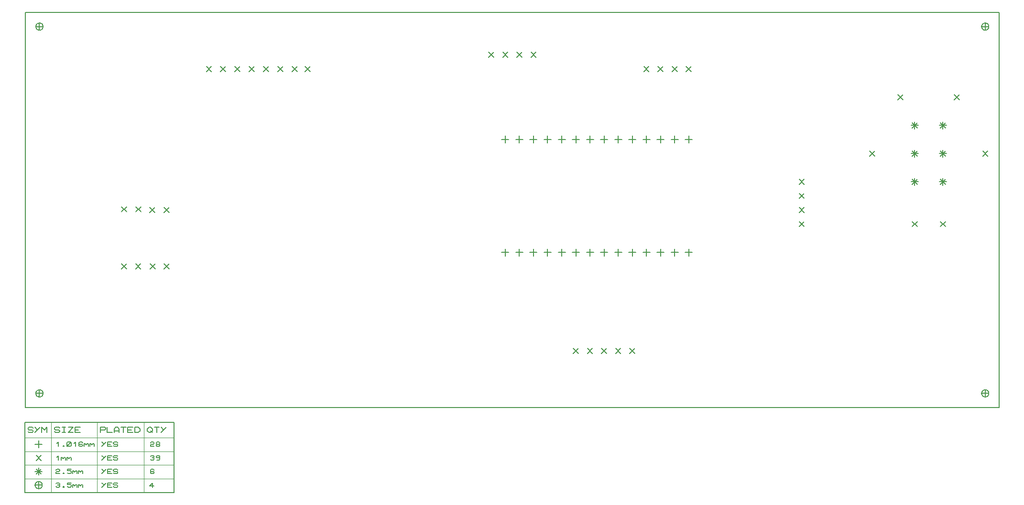
<source format=gbr>
G04 PROTEUS RS274X GERBER FILE*
%FSLAX45Y45*%
%MOMM*%
G01*
%ADD16C,0.203200*%
%ADD21C,0.127000*%
%ADD22C,0.063500*%
D16*
X-2750000Y-1686500D02*
X-2750000Y-1813500D01*
X-2813500Y-1750000D02*
X-2686500Y-1750000D01*
X-2500000Y-1686500D02*
X-2500000Y-1813500D01*
X-2563500Y-1750000D02*
X-2436500Y-1750000D01*
X-2250000Y-1686500D02*
X-2250000Y-1813500D01*
X-2313500Y-1750000D02*
X-2186500Y-1750000D01*
X-2000000Y-1686500D02*
X-2000000Y-1813500D01*
X-2063500Y-1750000D02*
X-1936500Y-1750000D01*
X-1750000Y-1686500D02*
X-1750000Y-1813500D01*
X-1813500Y-1750000D02*
X-1686500Y-1750000D01*
X-1500000Y-1686500D02*
X-1500000Y-1813500D01*
X-1563500Y-1750000D02*
X-1436500Y-1750000D01*
X-1250000Y-1686500D02*
X-1250000Y-1813500D01*
X-1313500Y-1750000D02*
X-1186500Y-1750000D01*
X-1000000Y-1686500D02*
X-1000000Y-1813500D01*
X-1063500Y-1750000D02*
X-936500Y-1750000D01*
X-750000Y-1686500D02*
X-750000Y-1813500D01*
X-813500Y-1750000D02*
X-686500Y-1750000D01*
X-500000Y-1686500D02*
X-500000Y-1813500D01*
X-563500Y-1750000D02*
X-436500Y-1750000D01*
X-250000Y-1686500D02*
X-250000Y-1813500D01*
X-313500Y-1750000D02*
X-186500Y-1750000D01*
X+0Y-1686500D02*
X+0Y-1813500D01*
X-63500Y-1750000D02*
X+63500Y-1750000D01*
X+250000Y-1686500D02*
X+250000Y-1813500D01*
X+186500Y-1750000D02*
X+313500Y-1750000D01*
X+500000Y-1686500D02*
X+500000Y-1813500D01*
X+436500Y-1750000D02*
X+563500Y-1750000D01*
X+500000Y-3686500D02*
X+500000Y-3813500D01*
X+436500Y-3750000D02*
X+563500Y-3750000D01*
X+250000Y-3686500D02*
X+250000Y-3813500D01*
X+186500Y-3750000D02*
X+313500Y-3750000D01*
X+0Y-3686500D02*
X+0Y-3813500D01*
X-63500Y-3750000D02*
X+63500Y-3750000D01*
X-250000Y-3686500D02*
X-250000Y-3813500D01*
X-313500Y-3750000D02*
X-186500Y-3750000D01*
X-500000Y-3686500D02*
X-500000Y-3813500D01*
X-563500Y-3750000D02*
X-436500Y-3750000D01*
X-750000Y-3686500D02*
X-750000Y-3813500D01*
X-813500Y-3750000D02*
X-686500Y-3750000D01*
X-1000000Y-3686500D02*
X-1000000Y-3813500D01*
X-1063500Y-3750000D02*
X-936500Y-3750000D01*
X-1250000Y-3686500D02*
X-1250000Y-3813500D01*
X-1313500Y-3750000D02*
X-1186500Y-3750000D01*
X-1500000Y-3686500D02*
X-1500000Y-3813500D01*
X-1563500Y-3750000D02*
X-1436500Y-3750000D01*
X-1750000Y-3686500D02*
X-1750000Y-3813500D01*
X-1813500Y-3750000D02*
X-1686500Y-3750000D01*
X-2000000Y-3686500D02*
X-2000000Y-3813500D01*
X-2063500Y-3750000D02*
X-1936500Y-3750000D01*
X-2250000Y-3686500D02*
X-2250000Y-3813500D01*
X-2313500Y-3750000D02*
X-2186500Y-3750000D01*
X-2500000Y-3686500D02*
X-2500000Y-3813500D01*
X-2563500Y-3750000D02*
X-2436500Y-3750000D01*
X-2750000Y-3686500D02*
X-2750000Y-3813500D01*
X-2813500Y-3750000D02*
X-2686500Y-3750000D01*
X-2294901Y-205099D02*
X-2205099Y-294901D01*
X-2294901Y-294901D02*
X-2205099Y-205099D01*
X-2544901Y-205099D02*
X-2455099Y-294901D01*
X-2544901Y-294901D02*
X-2455099Y-205099D01*
X-2794901Y-205099D02*
X-2705099Y-294901D01*
X-2794901Y-294901D02*
X-2705099Y-205099D01*
X-3044901Y-205099D02*
X-2955099Y-294901D01*
X-3044901Y-294901D02*
X-2955099Y-205099D01*
X+455099Y-455099D02*
X+544901Y-544901D01*
X+455099Y-544901D02*
X+544901Y-455099D01*
X+205099Y-455099D02*
X+294901Y-544901D01*
X+205099Y-544901D02*
X+294901Y-455099D01*
X-44901Y-455099D02*
X+44901Y-544901D01*
X-44901Y-544901D02*
X+44901Y-455099D01*
X-294901Y-455099D02*
X-205099Y-544901D01*
X-294901Y-544901D02*
X-205099Y-455099D01*
X-9544901Y-3955099D02*
X-9455099Y-4044901D01*
X-9544901Y-4044901D02*
X-9455099Y-3955099D01*
X-9294901Y-3955099D02*
X-9205099Y-4044901D01*
X-9294901Y-4044901D02*
X-9205099Y-3955099D01*
X-9036901Y-3955099D02*
X-8947099Y-4044901D01*
X-9036901Y-4044901D02*
X-8947099Y-3955099D01*
X-8794901Y-3955099D02*
X-8705099Y-4044901D01*
X-8794901Y-4044901D02*
X-8705099Y-3955099D01*
X-9544901Y-2943099D02*
X-9455099Y-3032901D01*
X-9544901Y-3032901D02*
X-9455099Y-2943099D01*
X-9290901Y-2943099D02*
X-9201099Y-3032901D01*
X-9290901Y-3032901D02*
X-9201099Y-2943099D01*
X-9044901Y-2955099D02*
X-8955099Y-3044901D01*
X-9044901Y-3044901D02*
X-8955099Y-2955099D01*
X-8794901Y-2955099D02*
X-8705099Y-3044901D01*
X-8794901Y-3044901D02*
X-8705099Y-2955099D01*
X-7794901Y-455099D02*
X-7705099Y-544901D01*
X-7794901Y-544901D02*
X-7705099Y-455099D01*
X-7540901Y-455099D02*
X-7451099Y-544901D01*
X-7540901Y-544901D02*
X-7451099Y-455099D01*
X-7286901Y-455099D02*
X-7197099Y-544901D01*
X-7286901Y-544901D02*
X-7197099Y-455099D01*
X-7032901Y-455099D02*
X-6943099Y-544901D01*
X-7032901Y-544901D02*
X-6943099Y-455099D01*
X-6778901Y-455099D02*
X-6689099Y-544901D01*
X-6778901Y-544901D02*
X-6689099Y-455099D01*
X-6524901Y-455099D02*
X-6435099Y-544901D01*
X-6524901Y-544901D02*
X-6435099Y-455099D01*
X-6294901Y-455099D02*
X-6205099Y-544901D01*
X-6294901Y-544901D02*
X-6205099Y-455099D01*
X-8044901Y-455099D02*
X-7955099Y-544901D01*
X-8044901Y-544901D02*
X-7955099Y-455099D01*
X-544901Y-5455099D02*
X-455099Y-5544901D01*
X-544901Y-5544901D02*
X-455099Y-5455099D01*
X-794901Y-5455099D02*
X-705099Y-5544901D01*
X-794901Y-5544901D02*
X-705099Y-5455099D01*
X-1044901Y-5455099D02*
X-955099Y-5544901D01*
X-1044901Y-5544901D02*
X-955099Y-5455099D01*
X-1294901Y-5455099D02*
X-1205099Y-5544901D01*
X-1294901Y-5544901D02*
X-1205099Y-5455099D01*
X-1544901Y-5455099D02*
X-1455099Y-5544901D01*
X-1544901Y-5544901D02*
X-1455099Y-5455099D01*
X+2455099Y-3205099D02*
X+2544901Y-3294901D01*
X+2455099Y-3294901D02*
X+2544901Y-3205099D01*
X+2455099Y-2955099D02*
X+2544901Y-3044901D01*
X+2455099Y-3044901D02*
X+2544901Y-2955099D01*
X+2455099Y-2705099D02*
X+2544901Y-2794901D01*
X+2455099Y-2794901D02*
X+2544901Y-2705099D01*
X+2455099Y-2455099D02*
X+2544901Y-2544901D01*
X+2455099Y-2544901D02*
X+2544901Y-2455099D01*
X+4500000Y-2436500D02*
X+4500000Y-2563500D01*
X+4436500Y-2500000D02*
X+4563500Y-2500000D01*
X+4455099Y-2455099D02*
X+4544901Y-2544901D01*
X+4455099Y-2544901D02*
X+4544901Y-2455099D01*
X+5000000Y-2436500D02*
X+5000000Y-2563500D01*
X+4936500Y-2500000D02*
X+5063500Y-2500000D01*
X+4955099Y-2455099D02*
X+5044901Y-2544901D01*
X+4955099Y-2544901D02*
X+5044901Y-2455099D01*
X+4500000Y-1436500D02*
X+4500000Y-1563500D01*
X+4436500Y-1500000D02*
X+4563500Y-1500000D01*
X+4455099Y-1455099D02*
X+4544901Y-1544901D01*
X+4455099Y-1544901D02*
X+4544901Y-1455099D01*
X+4500000Y-1936500D02*
X+4500000Y-2063500D01*
X+4436500Y-2000000D02*
X+4563500Y-2000000D01*
X+4455099Y-1955099D02*
X+4544901Y-2044901D01*
X+4455099Y-2044901D02*
X+4544901Y-1955099D01*
X+5000000Y-1436500D02*
X+5000000Y-1563500D01*
X+4936500Y-1500000D02*
X+5063500Y-1500000D01*
X+4955099Y-1455099D02*
X+5044901Y-1544901D01*
X+4955099Y-1544901D02*
X+5044901Y-1455099D01*
X+5000000Y-1936500D02*
X+5000000Y-2063500D01*
X+4936500Y-2000000D02*
X+5063500Y-2000000D01*
X+4955099Y-1955099D02*
X+5044901Y-2044901D01*
X+4955099Y-2044901D02*
X+5044901Y-1955099D01*
X+4455099Y-3205099D02*
X+4544901Y-3294901D01*
X+4455099Y-3294901D02*
X+4544901Y-3205099D01*
X+4955099Y-3205099D02*
X+5044901Y-3294901D01*
X+4955099Y-3294901D02*
X+5044901Y-3205099D01*
X+4205099Y-955099D02*
X+4294901Y-1044901D01*
X+4205099Y-1044901D02*
X+4294901Y-955099D01*
X+5205099Y-955099D02*
X+5294901Y-1044901D01*
X+5205099Y-1044901D02*
X+5294901Y-955099D01*
X-10936500Y-6250000D02*
X-10936717Y-6244753D01*
X-10938482Y-6234258D01*
X-10942174Y-6223763D01*
X-10948202Y-6213268D01*
X-10957424Y-6202888D01*
X-10967919Y-6195200D01*
X-10978414Y-6190282D01*
X-10988909Y-6187476D01*
X-10999404Y-6186503D01*
X-11000000Y-6186500D01*
X-11063500Y-6250000D02*
X-11063283Y-6244753D01*
X-11061518Y-6234258D01*
X-11057826Y-6223763D01*
X-11051798Y-6213268D01*
X-11042576Y-6202888D01*
X-11032081Y-6195200D01*
X-11021586Y-6190282D01*
X-11011091Y-6187476D01*
X-11000596Y-6186503D01*
X-11000000Y-6186500D01*
X-11063500Y-6250000D02*
X-11063283Y-6255247D01*
X-11061518Y-6265742D01*
X-11057826Y-6276237D01*
X-11051798Y-6286732D01*
X-11042576Y-6297112D01*
X-11032081Y-6304800D01*
X-11021586Y-6309718D01*
X-11011091Y-6312524D01*
X-11000596Y-6313497D01*
X-11000000Y-6313500D01*
X-10936500Y-6250000D02*
X-10936717Y-6255247D01*
X-10938482Y-6265742D01*
X-10942174Y-6276237D01*
X-10948202Y-6286732D01*
X-10957424Y-6297112D01*
X-10967919Y-6304800D01*
X-10978414Y-6309718D01*
X-10988909Y-6312524D01*
X-10999404Y-6313497D01*
X-11000000Y-6313500D01*
X-11000000Y-6186500D02*
X-11000000Y-6313500D01*
X-11063500Y-6250000D02*
X-10936500Y-6250000D01*
X+5813500Y-6250000D02*
X+5813283Y-6244753D01*
X+5811518Y-6234258D01*
X+5807826Y-6223763D01*
X+5801798Y-6213268D01*
X+5792576Y-6202888D01*
X+5782081Y-6195200D01*
X+5771586Y-6190282D01*
X+5761091Y-6187476D01*
X+5750596Y-6186503D01*
X+5750000Y-6186500D01*
X+5686500Y-6250000D02*
X+5686717Y-6244753D01*
X+5688482Y-6234258D01*
X+5692174Y-6223763D01*
X+5698202Y-6213268D01*
X+5707424Y-6202888D01*
X+5717919Y-6195200D01*
X+5728414Y-6190282D01*
X+5738909Y-6187476D01*
X+5749404Y-6186503D01*
X+5750000Y-6186500D01*
X+5686500Y-6250000D02*
X+5686717Y-6255247D01*
X+5688482Y-6265742D01*
X+5692174Y-6276237D01*
X+5698202Y-6286732D01*
X+5707424Y-6297112D01*
X+5717919Y-6304800D01*
X+5728414Y-6309718D01*
X+5738909Y-6312524D01*
X+5749404Y-6313497D01*
X+5750000Y-6313500D01*
X+5813500Y-6250000D02*
X+5813283Y-6255247D01*
X+5811518Y-6265742D01*
X+5807826Y-6276237D01*
X+5801798Y-6286732D01*
X+5792576Y-6297112D01*
X+5782081Y-6304800D01*
X+5771586Y-6309718D01*
X+5761091Y-6312524D01*
X+5750596Y-6313497D01*
X+5750000Y-6313500D01*
X+5750000Y-6186500D02*
X+5750000Y-6313500D01*
X+5686500Y-6250000D02*
X+5813500Y-6250000D01*
X-10936500Y+250000D02*
X-10936717Y+255247D01*
X-10938482Y+265742D01*
X-10942174Y+276237D01*
X-10948202Y+286732D01*
X-10957424Y+297112D01*
X-10967919Y+304800D01*
X-10978414Y+309718D01*
X-10988909Y+312524D01*
X-10999404Y+313497D01*
X-11000000Y+313500D01*
X-11063500Y+250000D02*
X-11063283Y+255247D01*
X-11061518Y+265742D01*
X-11057826Y+276237D01*
X-11051798Y+286732D01*
X-11042576Y+297112D01*
X-11032081Y+304800D01*
X-11021586Y+309718D01*
X-11011091Y+312524D01*
X-11000596Y+313497D01*
X-11000000Y+313500D01*
X-11063500Y+250000D02*
X-11063283Y+244753D01*
X-11061518Y+234258D01*
X-11057826Y+223763D01*
X-11051798Y+213268D01*
X-11042576Y+202888D01*
X-11032081Y+195200D01*
X-11021586Y+190282D01*
X-11011091Y+187476D01*
X-11000596Y+186503D01*
X-11000000Y+186500D01*
X-10936500Y+250000D02*
X-10936717Y+244753D01*
X-10938482Y+234258D01*
X-10942174Y+223763D01*
X-10948202Y+213268D01*
X-10957424Y+202888D01*
X-10967919Y+195200D01*
X-10978414Y+190282D01*
X-10988909Y+187476D01*
X-10999404Y+186503D01*
X-11000000Y+186500D01*
X-11000000Y+313500D02*
X-11000000Y+186500D01*
X-11063500Y+250000D02*
X-10936500Y+250000D01*
X+5813500Y+250000D02*
X+5813283Y+255247D01*
X+5811518Y+265742D01*
X+5807826Y+276237D01*
X+5801798Y+286732D01*
X+5792576Y+297112D01*
X+5782081Y+304800D01*
X+5771586Y+309718D01*
X+5761091Y+312524D01*
X+5750596Y+313497D01*
X+5750000Y+313500D01*
X+5686500Y+250000D02*
X+5686717Y+255247D01*
X+5688482Y+265742D01*
X+5692174Y+276237D01*
X+5698202Y+286732D01*
X+5707424Y+297112D01*
X+5717919Y+304800D01*
X+5728414Y+309718D01*
X+5738909Y+312524D01*
X+5749404Y+313497D01*
X+5750000Y+313500D01*
X+5686500Y+250000D02*
X+5686717Y+244753D01*
X+5688482Y+234258D01*
X+5692174Y+223763D01*
X+5698202Y+213268D01*
X+5707424Y+202888D01*
X+5717919Y+195200D01*
X+5728414Y+190282D01*
X+5738909Y+187476D01*
X+5749404Y+186503D01*
X+5750000Y+186500D01*
X+5813500Y+250000D02*
X+5813283Y+244753D01*
X+5811518Y+234258D01*
X+5807826Y+223763D01*
X+5801798Y+213268D01*
X+5792576Y+202888D01*
X+5782081Y+195200D01*
X+5771586Y+190282D01*
X+5761091Y+187476D01*
X+5750596Y+186503D01*
X+5750000Y+186500D01*
X+5750000Y+313500D02*
X+5750000Y+186500D01*
X+5686500Y+250000D02*
X+5813500Y+250000D01*
X+3705099Y-1955099D02*
X+3794901Y-2044901D01*
X+3705099Y-2044901D02*
X+3794901Y-1955099D01*
X+5705099Y-1955099D02*
X+5794901Y-2044901D01*
X+5705099Y-2044901D02*
X+5794901Y-1955099D01*
X-11250000Y-6500000D02*
X+6000000Y-6500000D01*
X+6000000Y+500000D01*
X-11250000Y+500000D01*
X-11250000Y-6500000D01*
D21*
X-11260160Y-8008760D02*
X-8616020Y-8008760D01*
X-8616020Y-6764160D01*
X-11260160Y-6764160D01*
X-11260160Y-8008760D01*
D22*
X-10792798Y-6764160D02*
X-10792798Y-8008760D01*
X-9979998Y-6764160D02*
X-9979998Y-8008760D01*
X-9146878Y-6764160D02*
X-9146878Y-8008760D01*
X-11260160Y-7037210D02*
X-8616020Y-7037210D01*
X-11260160Y-7278510D02*
X-8616020Y-7278510D01*
X-11260160Y-7519810D02*
X-8616020Y-7519810D01*
X-11260160Y-7761110D02*
X-8616020Y-7761110D01*
D21*
X-11203010Y-6927990D02*
X-11187770Y-6943230D01*
X-11126810Y-6943230D01*
X-11111570Y-6927990D01*
X-11111570Y-6912750D01*
X-11126810Y-6897510D01*
X-11187770Y-6897510D01*
X-11203010Y-6882270D01*
X-11203010Y-6867030D01*
X-11187770Y-6851790D01*
X-11126810Y-6851790D01*
X-11111570Y-6867030D01*
X-10989650Y-6851790D02*
X-11081090Y-6943230D01*
X-11081090Y-6851790D02*
X-11035370Y-6897510D01*
X-10959170Y-6943230D02*
X-10959170Y-6851790D01*
X-10913450Y-6897510D01*
X-10867730Y-6851790D01*
X-10867730Y-6943230D01*
X-10735650Y-6927990D02*
X-10720410Y-6943230D01*
X-10659450Y-6943230D01*
X-10644210Y-6927990D01*
X-10644210Y-6912750D01*
X-10659450Y-6897510D01*
X-10720410Y-6897510D01*
X-10735650Y-6882270D01*
X-10735650Y-6867030D01*
X-10720410Y-6851790D01*
X-10659450Y-6851790D01*
X-10644210Y-6867030D01*
X-10598490Y-6851790D02*
X-10537530Y-6851790D01*
X-10568010Y-6851790D02*
X-10568010Y-6943230D01*
X-10598490Y-6943230D02*
X-10537530Y-6943230D01*
X-10491810Y-6851790D02*
X-10400370Y-6851790D01*
X-10491810Y-6943230D01*
X-10400370Y-6943230D01*
X-10278450Y-6943230D02*
X-10369890Y-6943230D01*
X-10369890Y-6851790D01*
X-10278450Y-6851790D01*
X-10369890Y-6897510D02*
X-10308930Y-6897510D01*
X-9922850Y-6943230D02*
X-9922850Y-6851790D01*
X-9846650Y-6851790D01*
X-9831410Y-6867030D01*
X-9831410Y-6882270D01*
X-9846650Y-6897510D01*
X-9922850Y-6897510D01*
X-9800930Y-6851790D02*
X-9800930Y-6943230D01*
X-9709490Y-6943230D01*
X-9679010Y-6943230D02*
X-9679010Y-6882270D01*
X-9648530Y-6851790D01*
X-9618050Y-6851790D01*
X-9587570Y-6882270D01*
X-9587570Y-6943230D01*
X-9679010Y-6912750D02*
X-9587570Y-6912750D01*
X-9557090Y-6851790D02*
X-9465650Y-6851790D01*
X-9511370Y-6851790D02*
X-9511370Y-6943230D01*
X-9343730Y-6943230D02*
X-9435170Y-6943230D01*
X-9435170Y-6851790D01*
X-9343730Y-6851790D01*
X-9435170Y-6897510D02*
X-9374210Y-6897510D01*
X-9313250Y-6943230D02*
X-9313250Y-6851790D01*
X-9252290Y-6851790D01*
X-9221810Y-6882270D01*
X-9221810Y-6912750D01*
X-9252290Y-6943230D01*
X-9313250Y-6943230D01*
X-9089730Y-6882270D02*
X-9059250Y-6851790D01*
X-9028770Y-6851790D01*
X-8998290Y-6882270D01*
X-8998290Y-6912750D01*
X-9028770Y-6943230D01*
X-9059250Y-6943230D01*
X-9089730Y-6912750D01*
X-9089730Y-6882270D01*
X-9028770Y-6912750D02*
X-8998290Y-6943230D01*
X-8967810Y-6851790D02*
X-8876370Y-6851790D01*
X-8922090Y-6851790D02*
X-8922090Y-6943230D01*
X-8754450Y-6851790D02*
X-8845890Y-6943230D01*
X-8845890Y-6851790D02*
X-8800170Y-6897510D01*
D16*
X-11013780Y-7088010D02*
X-11013780Y-7215010D01*
X-11077280Y-7151510D02*
X-10950280Y-7151510D01*
D21*
X-10691200Y-7138810D02*
X-10665800Y-7113410D01*
X-10665800Y-7189610D01*
X-10576900Y-7176910D02*
X-10564200Y-7176910D01*
X-10564200Y-7189610D01*
X-10576900Y-7189610D01*
X-10576900Y-7176910D01*
X-10513400Y-7176910D02*
X-10513400Y-7126110D01*
X-10500700Y-7113410D01*
X-10449900Y-7113410D01*
X-10437200Y-7126110D01*
X-10437200Y-7176910D01*
X-10449900Y-7189610D01*
X-10500700Y-7189610D01*
X-10513400Y-7176910D01*
X-10513400Y-7189610D02*
X-10437200Y-7113410D01*
X-10386400Y-7138810D02*
X-10361000Y-7113410D01*
X-10361000Y-7189610D01*
X-10234000Y-7126110D02*
X-10246700Y-7113410D01*
X-10284800Y-7113410D01*
X-10297500Y-7126110D01*
X-10297500Y-7176910D01*
X-10284800Y-7189610D01*
X-10246700Y-7189610D01*
X-10234000Y-7176910D01*
X-10234000Y-7164210D01*
X-10246700Y-7151510D01*
X-10297500Y-7151510D01*
X-10208600Y-7189610D02*
X-10208600Y-7138810D01*
X-10208600Y-7151510D02*
X-10195900Y-7138810D01*
X-10170500Y-7164210D01*
X-10145100Y-7138810D01*
X-10132400Y-7151510D01*
X-10132400Y-7189610D01*
X-10107000Y-7189610D02*
X-10107000Y-7138810D01*
X-10107000Y-7151510D02*
X-10094300Y-7138810D01*
X-10068900Y-7164210D01*
X-10043500Y-7138810D01*
X-10030800Y-7151510D01*
X-10030800Y-7189610D01*
X-9814900Y-7113410D02*
X-9891100Y-7189610D01*
X-9891100Y-7113410D02*
X-9853000Y-7151510D01*
X-9713300Y-7189610D02*
X-9789500Y-7189610D01*
X-9789500Y-7113410D01*
X-9713300Y-7113410D01*
X-9789500Y-7151510D02*
X-9738700Y-7151510D01*
X-9687900Y-7176910D02*
X-9675200Y-7189610D01*
X-9624400Y-7189610D01*
X-9611700Y-7176910D01*
X-9611700Y-7164210D01*
X-9624400Y-7151510D01*
X-9675200Y-7151510D01*
X-9687900Y-7138810D01*
X-9687900Y-7126110D01*
X-9675200Y-7113410D01*
X-9624400Y-7113410D01*
X-9611700Y-7126110D01*
X-9032580Y-7126110D02*
X-9019880Y-7113410D01*
X-8981780Y-7113410D01*
X-8969080Y-7126110D01*
X-8969080Y-7138810D01*
X-8981780Y-7151510D01*
X-9019880Y-7151510D01*
X-9032580Y-7164210D01*
X-9032580Y-7189610D01*
X-8969080Y-7189610D01*
X-8918280Y-7151510D02*
X-8930980Y-7138810D01*
X-8930980Y-7126110D01*
X-8918280Y-7113410D01*
X-8880180Y-7113410D01*
X-8867480Y-7126110D01*
X-8867480Y-7138810D01*
X-8880180Y-7151510D01*
X-8918280Y-7151510D01*
X-8930980Y-7164210D01*
X-8930980Y-7176910D01*
X-8918280Y-7189610D01*
X-8880180Y-7189610D01*
X-8867480Y-7176910D01*
X-8867480Y-7164210D01*
X-8880180Y-7151510D01*
D16*
X-11058681Y-7347909D02*
X-10968879Y-7437711D01*
X-11058681Y-7437711D02*
X-10968879Y-7347909D01*
D21*
X-10691200Y-7380110D02*
X-10665800Y-7354710D01*
X-10665800Y-7430910D01*
X-10615000Y-7430910D02*
X-10615000Y-7380110D01*
X-10615000Y-7392810D02*
X-10602300Y-7380110D01*
X-10576900Y-7405510D01*
X-10551500Y-7380110D01*
X-10538800Y-7392810D01*
X-10538800Y-7430910D01*
X-10513400Y-7430910D02*
X-10513400Y-7380110D01*
X-10513400Y-7392810D02*
X-10500700Y-7380110D01*
X-10475300Y-7405510D01*
X-10449900Y-7380110D01*
X-10437200Y-7392810D01*
X-10437200Y-7430910D01*
X-9814900Y-7354710D02*
X-9891100Y-7430910D01*
X-9891100Y-7354710D02*
X-9853000Y-7392810D01*
X-9713300Y-7430910D02*
X-9789500Y-7430910D01*
X-9789500Y-7354710D01*
X-9713300Y-7354710D01*
X-9789500Y-7392810D02*
X-9738700Y-7392810D01*
X-9687900Y-7418210D02*
X-9675200Y-7430910D01*
X-9624400Y-7430910D01*
X-9611700Y-7418210D01*
X-9611700Y-7405510D01*
X-9624400Y-7392810D01*
X-9675200Y-7392810D01*
X-9687900Y-7380110D01*
X-9687900Y-7367410D01*
X-9675200Y-7354710D01*
X-9624400Y-7354710D01*
X-9611700Y-7367410D01*
X-9032580Y-7367410D02*
X-9019880Y-7354710D01*
X-8981780Y-7354710D01*
X-8969080Y-7367410D01*
X-8969080Y-7380110D01*
X-8981780Y-7392810D01*
X-8969080Y-7405510D01*
X-8969080Y-7418210D01*
X-8981780Y-7430910D01*
X-9019880Y-7430910D01*
X-9032580Y-7418210D01*
X-9007180Y-7392810D02*
X-8981780Y-7392810D01*
X-8867480Y-7380110D02*
X-8880180Y-7392810D01*
X-8918280Y-7392810D01*
X-8930980Y-7380110D01*
X-8930980Y-7367410D01*
X-8918280Y-7354710D01*
X-8880180Y-7354710D01*
X-8867480Y-7367410D01*
X-8867480Y-7418210D01*
X-8880180Y-7430910D01*
X-8918280Y-7430910D01*
D16*
X-11013780Y-7570610D02*
X-11013780Y-7697610D01*
X-11077280Y-7634110D02*
X-10950280Y-7634110D01*
X-11058681Y-7589209D02*
X-10968879Y-7679011D01*
X-11058681Y-7679011D02*
X-10968879Y-7589209D01*
D21*
X-10703900Y-7608710D02*
X-10691200Y-7596010D01*
X-10653100Y-7596010D01*
X-10640400Y-7608710D01*
X-10640400Y-7621410D01*
X-10653100Y-7634110D01*
X-10691200Y-7634110D01*
X-10703900Y-7646810D01*
X-10703900Y-7672210D01*
X-10640400Y-7672210D01*
X-10576900Y-7659510D02*
X-10564200Y-7659510D01*
X-10564200Y-7672210D01*
X-10576900Y-7672210D01*
X-10576900Y-7659510D01*
X-10437200Y-7596010D02*
X-10500700Y-7596010D01*
X-10500700Y-7621410D01*
X-10449900Y-7621410D01*
X-10437200Y-7634110D01*
X-10437200Y-7659510D01*
X-10449900Y-7672210D01*
X-10488000Y-7672210D01*
X-10500700Y-7659510D01*
X-10411800Y-7672210D02*
X-10411800Y-7621410D01*
X-10411800Y-7634110D02*
X-10399100Y-7621410D01*
X-10373700Y-7646810D01*
X-10348300Y-7621410D01*
X-10335600Y-7634110D01*
X-10335600Y-7672210D01*
X-10310200Y-7672210D02*
X-10310200Y-7621410D01*
X-10310200Y-7634110D02*
X-10297500Y-7621410D01*
X-10272100Y-7646810D01*
X-10246700Y-7621410D01*
X-10234000Y-7634110D01*
X-10234000Y-7672210D01*
X-9814900Y-7596010D02*
X-9891100Y-7672210D01*
X-9891100Y-7596010D02*
X-9853000Y-7634110D01*
X-9713300Y-7672210D02*
X-9789500Y-7672210D01*
X-9789500Y-7596010D01*
X-9713300Y-7596010D01*
X-9789500Y-7634110D02*
X-9738700Y-7634110D01*
X-9687900Y-7659510D02*
X-9675200Y-7672210D01*
X-9624400Y-7672210D01*
X-9611700Y-7659510D01*
X-9611700Y-7646810D01*
X-9624400Y-7634110D01*
X-9675200Y-7634110D01*
X-9687900Y-7621410D01*
X-9687900Y-7608710D01*
X-9675200Y-7596010D01*
X-9624400Y-7596010D01*
X-9611700Y-7608710D01*
X-8969080Y-7608710D02*
X-8981780Y-7596010D01*
X-9019880Y-7596010D01*
X-9032580Y-7608710D01*
X-9032580Y-7659510D01*
X-9019880Y-7672210D01*
X-8981780Y-7672210D01*
X-8969080Y-7659510D01*
X-8969080Y-7646810D01*
X-8981780Y-7634110D01*
X-9032580Y-7634110D01*
D16*
X-10950280Y-7875410D02*
X-10950497Y-7870163D01*
X-10952262Y-7859668D01*
X-10955954Y-7849173D01*
X-10961982Y-7838678D01*
X-10971204Y-7828298D01*
X-10981699Y-7820610D01*
X-10992194Y-7815692D01*
X-11002689Y-7812886D01*
X-11013184Y-7811913D01*
X-11013780Y-7811910D01*
X-11077280Y-7875410D02*
X-11077063Y-7870163D01*
X-11075298Y-7859668D01*
X-11071606Y-7849173D01*
X-11065578Y-7838678D01*
X-11056356Y-7828298D01*
X-11045861Y-7820610D01*
X-11035366Y-7815692D01*
X-11024871Y-7812886D01*
X-11014376Y-7811913D01*
X-11013780Y-7811910D01*
X-11077280Y-7875410D02*
X-11077063Y-7880657D01*
X-11075298Y-7891152D01*
X-11071606Y-7901647D01*
X-11065578Y-7912142D01*
X-11056356Y-7922522D01*
X-11045861Y-7930210D01*
X-11035366Y-7935128D01*
X-11024871Y-7937934D01*
X-11014376Y-7938907D01*
X-11013780Y-7938910D01*
X-10950280Y-7875410D02*
X-10950497Y-7880657D01*
X-10952262Y-7891152D01*
X-10955954Y-7901647D01*
X-10961982Y-7912142D01*
X-10971204Y-7922522D01*
X-10981699Y-7930210D01*
X-10992194Y-7935128D01*
X-11002689Y-7937934D01*
X-11013184Y-7938907D01*
X-11013780Y-7938910D01*
X-11013780Y-7811910D02*
X-11013780Y-7938910D01*
X-11077280Y-7875410D02*
X-10950280Y-7875410D01*
D21*
X-10703900Y-7850010D02*
X-10691200Y-7837310D01*
X-10653100Y-7837310D01*
X-10640400Y-7850010D01*
X-10640400Y-7862710D01*
X-10653100Y-7875410D01*
X-10640400Y-7888110D01*
X-10640400Y-7900810D01*
X-10653100Y-7913510D01*
X-10691200Y-7913510D01*
X-10703900Y-7900810D01*
X-10678500Y-7875410D02*
X-10653100Y-7875410D01*
X-10576900Y-7900810D02*
X-10564200Y-7900810D01*
X-10564200Y-7913510D01*
X-10576900Y-7913510D01*
X-10576900Y-7900810D01*
X-10437200Y-7837310D02*
X-10500700Y-7837310D01*
X-10500700Y-7862710D01*
X-10449900Y-7862710D01*
X-10437200Y-7875410D01*
X-10437200Y-7900810D01*
X-10449900Y-7913510D01*
X-10488000Y-7913510D01*
X-10500700Y-7900810D01*
X-10411800Y-7913510D02*
X-10411800Y-7862710D01*
X-10411800Y-7875410D02*
X-10399100Y-7862710D01*
X-10373700Y-7888110D01*
X-10348300Y-7862710D01*
X-10335600Y-7875410D01*
X-10335600Y-7913510D01*
X-10310200Y-7913510D02*
X-10310200Y-7862710D01*
X-10310200Y-7875410D02*
X-10297500Y-7862710D01*
X-10272100Y-7888110D01*
X-10246700Y-7862710D01*
X-10234000Y-7875410D01*
X-10234000Y-7913510D01*
X-9814900Y-7837310D02*
X-9891100Y-7913510D01*
X-9891100Y-7837310D02*
X-9853000Y-7875410D01*
X-9713300Y-7913510D02*
X-9789500Y-7913510D01*
X-9789500Y-7837310D01*
X-9713300Y-7837310D01*
X-9789500Y-7875410D02*
X-9738700Y-7875410D01*
X-9687900Y-7900810D02*
X-9675200Y-7913510D01*
X-9624400Y-7913510D01*
X-9611700Y-7900810D01*
X-9611700Y-7888110D01*
X-9624400Y-7875410D01*
X-9675200Y-7875410D01*
X-9687900Y-7862710D01*
X-9687900Y-7850010D01*
X-9675200Y-7837310D01*
X-9624400Y-7837310D01*
X-9611700Y-7850010D01*
X-8969080Y-7888110D02*
X-9045280Y-7888110D01*
X-8994480Y-7837310D01*
X-8994480Y-7913510D01*
M02*

</source>
